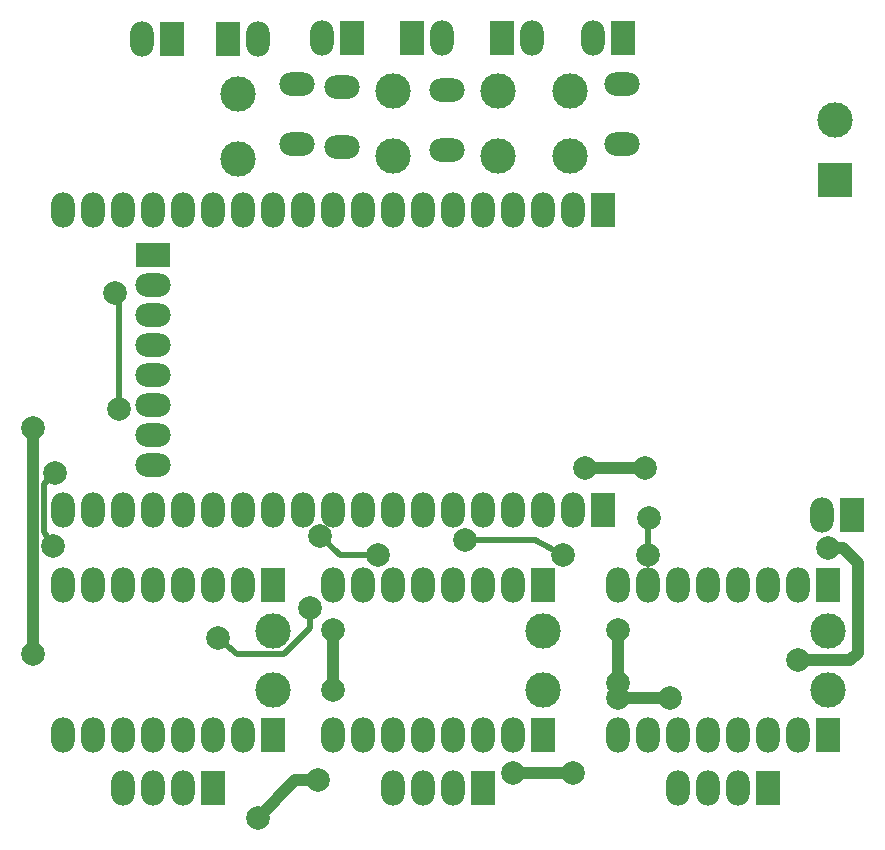
<source format=gbr>
G04 #@! TF.GenerationSoftware,KiCad,Pcbnew,(5.1.5-0)*
G04 #@! TF.CreationDate,2022-06-30T09:19:57+01:00*
G04 #@! TF.ProjectId,ESP32_Cnc_Shield,45535033-325f-4436-9e63-5f536869656c,rev?*
G04 #@! TF.SameCoordinates,Original*
G04 #@! TF.FileFunction,Copper,L1,Top*
G04 #@! TF.FilePolarity,Positive*
%FSLAX46Y46*%
G04 Gerber Fmt 4.6, Leading zero omitted, Abs format (unit mm)*
G04 Created by KiCad (PCBNEW (5.1.5-0)) date 2022-06-30 09:19:57*
%MOMM*%
%LPD*%
G04 APERTURE LIST*
%ADD10C,3.000000*%
%ADD11R,3.000000X3.000000*%
%ADD12O,3.000000X2.000000*%
%ADD13R,3.000000X2.000000*%
%ADD14O,2.000000X3.000000*%
%ADD15R,2.000000X3.000000*%
%ADD16C,2.000000*%
%ADD17C,1.000000*%
%ADD18C,0.500000*%
G04 APERTURE END LIST*
D10*
X69685000Y61260000D03*
D11*
X69685000Y56180000D03*
D10*
X44917460Y18000000D03*
X44917460Y13000000D03*
D12*
X11907520Y32064960D03*
X11907520Y34604960D03*
X11907520Y37144960D03*
X11907520Y39684960D03*
X11907520Y42224960D03*
X11907520Y44764960D03*
X11907520Y47304960D03*
D13*
X11907520Y49844960D03*
D10*
X69065240Y18038100D03*
X69065240Y13038100D03*
D12*
X51651000Y64308000D03*
X51651000Y59228000D03*
X27902000Y64054000D03*
X27902000Y58974000D03*
X36792000Y63800000D03*
X36792000Y58720000D03*
X24092000Y64308000D03*
X24092000Y59228000D03*
D14*
X9360000Y4745000D03*
X11900000Y4745000D03*
X14440000Y4745000D03*
D15*
X16980000Y4745000D03*
D14*
X32220000Y4745000D03*
X34760000Y4745000D03*
X37300000Y4745000D03*
D15*
X39840000Y4745000D03*
D14*
X20790000Y68118000D03*
D15*
X18250000Y68118000D03*
D14*
X11011000Y68118000D03*
D15*
X13551000Y68118000D03*
D14*
X56350000Y4745000D03*
X58890000Y4745000D03*
X61430000Y4745000D03*
D15*
X63970000Y4745000D03*
D14*
X4280000Y9190000D03*
X6820000Y9190000D03*
X9360000Y9190000D03*
X11900000Y9190000D03*
X14440000Y9190000D03*
X16980000Y9190000D03*
X19520000Y9190000D03*
D15*
X22060000Y9190000D03*
D14*
X26256080Y68245000D03*
D15*
X28796080Y68245000D03*
D14*
X44018300Y68245000D03*
D15*
X41478300Y68245000D03*
D14*
X49128780Y68245000D03*
D15*
X51668780Y68245000D03*
D14*
X27140000Y9190000D03*
X29680000Y9190000D03*
X32220000Y9190000D03*
X34760000Y9190000D03*
X37300000Y9190000D03*
X39840000Y9190000D03*
X42380000Y9190000D03*
D15*
X44920000Y9190000D03*
D14*
X36383060Y68245000D03*
D15*
X33843060Y68245000D03*
D14*
X51270000Y9190000D03*
X53810000Y9190000D03*
X56350000Y9190000D03*
X58890000Y9190000D03*
X61430000Y9190000D03*
X63970000Y9190000D03*
X66510000Y9190000D03*
D15*
X69050000Y9190000D03*
D14*
X68542000Y27859000D03*
D15*
X71082000Y27859000D03*
D14*
X4280000Y21890000D03*
X6820000Y21890000D03*
X9360000Y21890000D03*
X11900000Y21890000D03*
X14440000Y21890000D03*
X16980000Y21890000D03*
X19520000Y21890000D03*
D15*
X22060000Y21890000D03*
D14*
X4280000Y28240000D03*
X6820000Y28240000D03*
X9360000Y28240000D03*
X11900000Y28240000D03*
X14440000Y28240000D03*
X16980000Y28240000D03*
X19520000Y28240000D03*
X22060000Y28240000D03*
X24600000Y28240000D03*
X27140000Y28240000D03*
X29680000Y28240000D03*
X32220000Y28240000D03*
X34760000Y28240000D03*
X37300000Y28240000D03*
X39840000Y28240000D03*
X42380000Y28240000D03*
X44920000Y28240000D03*
X47460000Y28240000D03*
D15*
X50000000Y28240000D03*
D14*
X27140000Y21890000D03*
X29680000Y21890000D03*
X32220000Y21890000D03*
X34760000Y21890000D03*
X37300000Y21890000D03*
X39840000Y21890000D03*
X42380000Y21890000D03*
D15*
X44920000Y21890000D03*
D14*
X51270000Y21890000D03*
X53810000Y21890000D03*
X56350000Y21890000D03*
X58890000Y21890000D03*
X61430000Y21890000D03*
X63970000Y21890000D03*
X66510000Y21890000D03*
D15*
X69050000Y21890000D03*
D14*
X4280000Y53640000D03*
X6820000Y53640000D03*
X9360000Y53640000D03*
X11900000Y53640000D03*
X14440000Y53640000D03*
X16980000Y53640000D03*
X19520000Y53640000D03*
X22060000Y53640000D03*
X24600000Y53640000D03*
X27140000Y53640000D03*
X29680000Y53640000D03*
X32220000Y53640000D03*
X34760000Y53640000D03*
X37300000Y53640000D03*
X39840000Y53640000D03*
X42380000Y53640000D03*
X44920000Y53640000D03*
X47460000Y53640000D03*
D15*
X50000000Y53640000D03*
D10*
X47206000Y63712000D03*
X47206000Y58212000D03*
X32220000Y63712000D03*
X32220000Y58212000D03*
X41110000Y63712000D03*
X41110000Y58212000D03*
X19139000Y63458000D03*
X19139000Y57958000D03*
X22060000Y18000000D03*
X22060000Y13000000D03*
D16*
X27140000Y13000000D03*
X25870000Y5380000D03*
X20790000Y2205000D03*
X42380000Y6015000D03*
X51270000Y13635000D03*
X51270000Y18080000D03*
X66510000Y15540000D03*
X69050000Y25065000D03*
X53556000Y31796000D03*
X48476000Y31796000D03*
X47460000Y6015000D03*
X55715000Y12365000D03*
X51270000Y12365000D03*
X1740000Y35225000D03*
X1740000Y16048000D03*
X27140000Y18080000D03*
X8725000Y46655000D03*
X9023878Y36831122D03*
X3645000Y31415000D03*
X3440010Y25192000D03*
X25235000Y19985000D03*
X17442180Y17444720D03*
X38316000Y25700000D03*
X46596300Y24500840D03*
X53810000Y24430000D03*
X53886100Y27581860D03*
X30950000Y24430000D03*
X26075249Y26107933D03*
D17*
X23965000Y5380000D02*
X20790000Y2205000D01*
X25870000Y5380000D02*
X23965000Y5380000D01*
X51270000Y13635000D02*
X51270000Y18080000D01*
X66510000Y15540000D02*
X67924213Y15540000D01*
X70955000Y15540000D02*
X71590000Y16175000D01*
X67924213Y15540000D02*
X70955000Y15540000D01*
X71590000Y16175000D02*
X71590000Y23795000D01*
X71590000Y23795000D02*
X70320000Y25065000D01*
X70320000Y25065000D02*
X69050000Y25065000D01*
X53556000Y31796000D02*
X48476000Y31796000D01*
X47460000Y6015000D02*
X42380000Y6015000D01*
X55715000Y12365000D02*
X51270000Y12365000D01*
X1740000Y16048000D02*
X1740000Y35225000D01*
X27140000Y13000000D02*
X27140000Y18080000D01*
D18*
X9023878Y45721122D02*
X9023878Y38245335D01*
X8725000Y46020000D02*
X9023878Y45721122D01*
X9023878Y38245335D02*
X9023878Y36831122D01*
X2690011Y30460011D02*
X3645000Y31415000D01*
X3440010Y25192000D02*
X2690011Y26449999D01*
X2690011Y26449999D02*
X2690011Y30460011D01*
X25235000Y18288998D02*
X25235000Y19985000D01*
X19010001Y16049999D02*
X22996001Y16049999D01*
X17442180Y17444720D02*
X19010001Y16049999D01*
X22996001Y16049999D02*
X25235000Y18288998D01*
X46596300Y24500840D02*
X44285000Y25700000D01*
X44285000Y25700000D02*
X38316000Y25700000D01*
X53810000Y26970000D02*
X53810000Y24430000D01*
X53886100Y27581860D02*
X53810000Y26970000D01*
X27753182Y24430000D02*
X30950000Y24430000D01*
X26075249Y26107933D02*
X27753182Y24430000D01*
M02*

</source>
